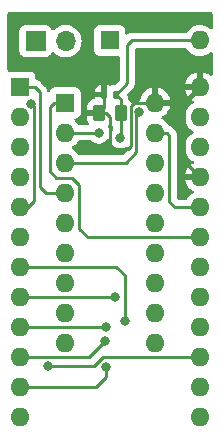
<source format=gbr>
%TF.GenerationSoftware,KiCad,Pcbnew,7.0.6*%
%TF.CreationDate,2023-09-04T21:12:20+01:00*%
%TF.ProjectId,TRSG3Mod,54525347-334d-46f6-942e-6b696361645f,rev?*%
%TF.SameCoordinates,Original*%
%TF.FileFunction,Copper,L1,Top*%
%TF.FilePolarity,Positive*%
%FSLAX46Y46*%
G04 Gerber Fmt 4.6, Leading zero omitted, Abs format (unit mm)*
G04 Created by KiCad (PCBNEW 7.0.6) date 2023-09-04 21:12:20*
%MOMM*%
%LPD*%
G01*
G04 APERTURE LIST*
G04 Aperture macros list*
%AMRoundRect*
0 Rectangle with rounded corners*
0 $1 Rounding radius*
0 $2 $3 $4 $5 $6 $7 $8 $9 X,Y pos of 4 corners*
0 Add a 4 corners polygon primitive as box body*
4,1,4,$2,$3,$4,$5,$6,$7,$8,$9,$2,$3,0*
0 Add four circle primitives for the rounded corners*
1,1,$1+$1,$2,$3*
1,1,$1+$1,$4,$5*
1,1,$1+$1,$6,$7*
1,1,$1+$1,$8,$9*
0 Add four rect primitives between the rounded corners*
20,1,$1+$1,$2,$3,$4,$5,0*
20,1,$1+$1,$4,$5,$6,$7,0*
20,1,$1+$1,$6,$7,$8,$9,0*
20,1,$1+$1,$8,$9,$2,$3,0*%
G04 Aperture macros list end*
%TA.AperFunction,ComponentPad*%
%ADD10R,1.600000X1.600000*%
%TD*%
%TA.AperFunction,ComponentPad*%
%ADD11O,1.600000X1.600000*%
%TD*%
%TA.AperFunction,SMDPad,CuDef*%
%ADD12RoundRect,0.135000X-0.135000X-0.185000X0.135000X-0.185000X0.135000X0.185000X-0.135000X0.185000X0*%
%TD*%
%TA.AperFunction,ComponentPad*%
%ADD13R,1.700000X1.700000*%
%TD*%
%TA.AperFunction,ComponentPad*%
%ADD14O,1.700000X1.700000*%
%TD*%
%TA.AperFunction,SMDPad,CuDef*%
%ADD15RoundRect,0.250000X-0.262500X-0.450000X0.262500X-0.450000X0.262500X0.450000X-0.262500X0.450000X0*%
%TD*%
%TA.AperFunction,ViaPad*%
%ADD16C,0.800000*%
%TD*%
%TA.AperFunction,Conductor*%
%ADD17C,0.250000*%
%TD*%
%TA.AperFunction,Conductor*%
%ADD18C,0.381000*%
%TD*%
G04 APERTURE END LIST*
D10*
%TO.P,J1,1,Pin_1*%
%TO.N,/I6*%
X111793750Y-58050000D03*
D11*
%TO.P,J1,2,Pin_2*%
%TO.N,/I5*%
X111793750Y-60590000D03*
%TO.P,J1,3,Pin_3*%
%TO.N,/I4*%
X111793750Y-63130000D03*
%TO.P,J1,4,Pin_4*%
%TO.N,/I3*%
X111793750Y-65670000D03*
%TO.P,J1,5,Pin_5*%
%TO.N,/I2*%
X111793750Y-68210000D03*
%TO.P,J1,6,Pin_6*%
%TO.N,/I1*%
X111793750Y-70750000D03*
%TO.P,J1,7,Pin_7*%
%TO.N,/I0*%
X111793750Y-73290000D03*
%TO.P,J1,8,Pin_8*%
%TO.N,RS3*%
X111793750Y-75830000D03*
%TO.P,J1,9,Pin_9*%
%TO.N,GND*%
X111793750Y-78370000D03*
%TO.P,J1,10,Pin_10*%
%TO.N,RS2*%
X119413750Y-78370000D03*
%TO.P,J1,11,Pin_11*%
%TO.N,RS1*%
X119413750Y-75830000D03*
%TO.P,J1,12,Pin_12*%
%TO.N,/O0*%
X119413750Y-73290000D03*
%TO.P,J1,13,Pin_13*%
%TO.N,/O1*%
X119413750Y-70750000D03*
%TO.P,J1,14,Pin_14*%
%TO.N,/O2*%
X119413750Y-68210000D03*
%TO.P,J1,15,Pin_15*%
%TO.N,/O3*%
X119413750Y-65670000D03*
%TO.P,J1,16,Pin_16*%
%TO.N,/O4*%
X119413750Y-63130000D03*
%TO.P,J1,17,Pin_17*%
%TO.N,CS*%
X119413750Y-60590000D03*
%TO.P,J1,18,Pin_18*%
%TO.N,+5V*%
X119413750Y-58050000D03*
%TD*%
D10*
%TO.P,SW1,1*%
%TO.N,GND*%
X115575000Y-52775000D03*
D11*
%TO.P,SW1,2*%
%TO.N,Net-(U1-A11)*%
X123195000Y-52775000D03*
%TD*%
D12*
%TO.P,R2,1*%
%TO.N,+5V*%
X115083750Y-57350000D03*
%TO.P,R2,2*%
%TO.N,Net-(U1-A11)*%
X116103750Y-57350000D03*
%TD*%
D13*
%TO.P,J2,1,Pin_1*%
%TO.N,Z12p11*%
X109285000Y-52825000D03*
D14*
%TO.P,J2,2,Pin_2*%
%TO.N,Z10p14*%
X111825000Y-52825000D03*
%TD*%
D10*
%TO.P,U1,1,A7*%
%TO.N,/I3*%
X107975000Y-56725000D03*
D11*
%TO.P,U1,2,A6*%
%TO.N,/I2*%
X107975000Y-59265000D03*
%TO.P,U1,3,A5*%
%TO.N,/I1*%
X107975000Y-61805000D03*
%TO.P,U1,4,A4*%
%TO.N,/I0*%
X107975000Y-64345000D03*
%TO.P,U1,5,A3*%
%TO.N,Z12p11*%
X107975000Y-66885000D03*
%TO.P,U1,6,A2*%
%TO.N,RS3*%
X107975000Y-69425000D03*
%TO.P,U1,7,A1*%
%TO.N,RS2*%
X107975000Y-71965000D03*
%TO.P,U1,8,A0*%
%TO.N,RS1*%
X107975000Y-74505000D03*
%TO.P,U1,9,D0*%
%TO.N,/O0*%
X107975000Y-77045000D03*
%TO.P,U1,10,D1*%
%TO.N,/O1*%
X107975000Y-79585000D03*
%TO.P,U1,11,D2*%
%TO.N,/O2*%
X107975000Y-82125000D03*
%TO.P,U1,12,GND*%
%TO.N,GND*%
X107975000Y-84665000D03*
%TO.P,U1,13,D3*%
%TO.N,/O3*%
X123215000Y-84665000D03*
%TO.P,U1,14,D4*%
%TO.N,/O4*%
X123215000Y-82125000D03*
%TO.P,U1,15,D5*%
%TO.N,Z10p14*%
X123215000Y-79585000D03*
%TO.P,U1,16,D6*%
%TO.N,unconnected-(U1-D6-Pad16)*%
X123215000Y-77045000D03*
%TO.P,U1,17,D7*%
%TO.N,unconnected-(U1-D7-Pad17)*%
X123215000Y-74505000D03*
%TO.P,U1,18,A11*%
%TO.N,Net-(U1-A11)*%
X123215000Y-71965000D03*
%TO.P,U1,19,A10*%
%TO.N,/I6*%
X123215000Y-69425000D03*
%TO.P,U1,20,~{OE}*%
%TO.N,CS*%
X123215000Y-66885000D03*
%TO.P,U1,21,VPP*%
%TO.N,+5V*%
X123215000Y-64345000D03*
%TO.P,U1,22,A9*%
%TO.N,/I5*%
X123215000Y-61805000D03*
%TO.P,U1,23,A8*%
%TO.N,/I4*%
X123215000Y-59265000D03*
%TO.P,U1,24,VCC*%
%TO.N,+5V*%
X123215000Y-56725000D03*
%TD*%
D15*
%TO.P,R1,1*%
%TO.N,+5V*%
X114681250Y-58900000D03*
%TO.P,R1,2*%
%TO.N,Net-(U1-A11)*%
X116506250Y-58900000D03*
%TD*%
D16*
%TO.N,/I5*%
X114650000Y-60600000D03*
%TO.N,/I4*%
X118068250Y-58850530D03*
%TO.N,Net-(U1-A11)*%
X116475000Y-61000000D03*
%TO.N,Z10p14*%
X110300000Y-80350000D03*
%TO.N,Z12p11*%
X108925500Y-58150000D03*
%TO.N,RS2*%
X116825000Y-76554500D03*
%TO.N,RS1*%
X115998500Y-74505000D03*
%TO.N,/O0*%
X115274000Y-77025000D03*
%TO.N,/O1*%
X115150000Y-78225000D03*
%TO.N,/O2*%
X115225000Y-80450000D03*
%TD*%
D17*
%TO.N,Net-(U1-A11)*%
X116506250Y-60968750D02*
X116506250Y-58900000D01*
X116475000Y-61000000D02*
X116506250Y-60968750D01*
%TO.N,/I6*%
X113725000Y-69425000D02*
X123215000Y-69425000D01*
X113000000Y-65000000D02*
X113000000Y-68700000D01*
X111050000Y-64400000D02*
X112400000Y-64400000D01*
X110475000Y-58400000D02*
X110475000Y-63825000D01*
X110475000Y-63825000D02*
X111050000Y-64400000D01*
X113000000Y-68700000D02*
X113725000Y-69425000D01*
X110825000Y-58050000D02*
X110475000Y-58400000D01*
X111793750Y-58050000D02*
X110825000Y-58050000D01*
X112400000Y-64400000D02*
X113000000Y-65000000D01*
%TO.N,/I5*%
X114640000Y-60590000D02*
X114650000Y-60600000D01*
X111793750Y-60590000D02*
X114640000Y-60590000D01*
%TO.N,+5V*%
X117625000Y-58050000D02*
X119413750Y-58050000D01*
X117343750Y-58331250D02*
X117625000Y-58050000D01*
X117100000Y-61975000D02*
X117343750Y-61731250D01*
X115625000Y-61825000D02*
X115775000Y-61975000D01*
X115625000Y-59250000D02*
X115625000Y-61825000D01*
X115775000Y-61975000D02*
X117100000Y-61975000D01*
X115275000Y-58900000D02*
X115625000Y-59250000D01*
X114681250Y-58900000D02*
X115275000Y-58900000D01*
X117343750Y-61731250D02*
X117343750Y-58331250D01*
%TO.N,/I4*%
X117800000Y-62250000D02*
X116920000Y-63130000D01*
X116920000Y-63130000D02*
X111793750Y-63130000D01*
X117800000Y-60171759D02*
X117800000Y-62250000D01*
X117793750Y-60165509D02*
X117800000Y-60171759D01*
X117793750Y-59125030D02*
X117793750Y-60165509D01*
X118068250Y-58850530D02*
X117793750Y-59125030D01*
%TO.N,CS*%
X120390000Y-60590000D02*
X119413750Y-60590000D01*
X120625000Y-66425000D02*
X120625000Y-60825000D01*
X120625000Y-60825000D02*
X120390000Y-60590000D01*
X121085000Y-66885000D02*
X120625000Y-66425000D01*
X123215000Y-66885000D02*
X121085000Y-66885000D01*
%TO.N,Z10p14*%
X115040000Y-79585000D02*
X123215000Y-79585000D01*
X114275000Y-80350000D02*
X115040000Y-79585000D01*
X110300000Y-80350000D02*
X114275000Y-80350000D01*
%TO.N,/O2*%
X114375000Y-82125000D02*
X107975000Y-82125000D01*
X115225000Y-81275000D02*
X114375000Y-82125000D01*
X115225000Y-80450000D02*
X115225000Y-81275000D01*
%TO.N,/O1*%
X115150000Y-78225000D02*
X113790000Y-79585000D01*
X113790000Y-79585000D02*
X107975000Y-79585000D01*
%TO.N,Z12p11*%
X109125000Y-66400000D02*
X108640000Y-66885000D01*
X109125000Y-58349500D02*
X109125000Y-66400000D01*
X108925500Y-58150000D02*
X109125000Y-58349500D01*
X108640000Y-66885000D02*
X107975000Y-66885000D01*
%TO.N,/I3*%
X109225000Y-56725000D02*
X107975000Y-56725000D01*
X109650000Y-65175000D02*
X109650000Y-57150000D01*
X110145000Y-65670000D02*
X109650000Y-65175000D01*
X109650000Y-57150000D02*
X109225000Y-56725000D01*
X111793750Y-65670000D02*
X110145000Y-65670000D01*
%TO.N,RS2*%
X116140000Y-71965000D02*
X116825000Y-72650000D01*
X116825000Y-72650000D02*
X116825000Y-76554500D01*
X107975000Y-71965000D02*
X116140000Y-71965000D01*
%TO.N,RS1*%
X107975000Y-74505000D02*
X115998500Y-74505000D01*
%TO.N,/O0*%
X115254000Y-77045000D02*
X115274000Y-77025000D01*
X107975000Y-77045000D02*
X115254000Y-77045000D01*
%TO.N,Net-(U1-A11)*%
X117450000Y-52775000D02*
X123195000Y-52775000D01*
X117050000Y-56403750D02*
X117050000Y-53175000D01*
X117050000Y-53175000D02*
X117450000Y-52775000D01*
X116103750Y-57350000D02*
X117050000Y-56403750D01*
X116506250Y-57752500D02*
X116103750Y-57350000D01*
X116506250Y-58900000D02*
X116506250Y-57752500D01*
%TO.N,+5V*%
X115083750Y-58497500D02*
X114681250Y-58900000D01*
X115083750Y-57350000D02*
X115083750Y-58497500D01*
X122940000Y-56450000D02*
X123215000Y-56725000D01*
X121890000Y-63020000D02*
X121890000Y-58050000D01*
X123215000Y-64345000D02*
X121890000Y-63020000D01*
D18*
X121890000Y-58050000D02*
X123215000Y-56725000D01*
X119413750Y-58050000D02*
X121890000Y-58050000D01*
%TD*%
%TA.AperFunction,Conductor*%
%TO.N,+5V*%
G36*
X122043687Y-53428185D02*
G01*
X122078220Y-53461373D01*
X122188802Y-53619300D01*
X122350700Y-53781198D01*
X122538251Y-53912523D01*
X122593445Y-53938260D01*
X122745750Y-54009281D01*
X122745752Y-54009281D01*
X122745757Y-54009284D01*
X122966913Y-54068543D01*
X123129832Y-54082796D01*
X123194998Y-54088498D01*
X123195000Y-54088498D01*
X123195002Y-54088498D01*
X123252139Y-54083499D01*
X123423087Y-54068543D01*
X123644243Y-54009284D01*
X123851749Y-53912523D01*
X124039300Y-53781198D01*
X124062821Y-53757676D01*
X124124140Y-53724193D01*
X124193831Y-53729176D01*
X124249766Y-53771047D01*
X124274184Y-53836511D01*
X124274500Y-53845359D01*
X124274500Y-55646660D01*
X124254815Y-55713699D01*
X124202011Y-55759454D01*
X124132853Y-55769398D01*
X124069297Y-55740373D01*
X124062819Y-55734341D01*
X124053820Y-55725342D01*
X123867482Y-55594865D01*
X123661328Y-55498734D01*
X123464999Y-55446127D01*
X123464999Y-56409313D01*
X123453045Y-56397359D01*
X123340148Y-56339835D01*
X123246481Y-56325000D01*
X123183519Y-56325000D01*
X123089852Y-56339835D01*
X122976955Y-56397359D01*
X122965000Y-56409313D01*
X122965000Y-55446127D01*
X122768671Y-55498734D01*
X122562517Y-55594865D01*
X122376179Y-55725342D01*
X122215342Y-55886179D01*
X122084865Y-56072517D01*
X121988734Y-56278673D01*
X121988730Y-56278682D01*
X121936127Y-56474999D01*
X121936128Y-56475000D01*
X122899314Y-56475000D01*
X122887359Y-56486955D01*
X122829835Y-56599852D01*
X122810014Y-56725000D01*
X122829835Y-56850148D01*
X122887359Y-56963045D01*
X122899314Y-56975000D01*
X121936128Y-56975000D01*
X121988730Y-57171317D01*
X121988734Y-57171326D01*
X122084865Y-57377482D01*
X122215342Y-57563820D01*
X122376179Y-57724657D01*
X122562517Y-57855133D01*
X122611399Y-57877927D01*
X122663839Y-57924099D01*
X122682992Y-57991292D01*
X122662777Y-58058174D01*
X122611402Y-58102691D01*
X122558256Y-58127474D01*
X122558252Y-58127476D01*
X122553398Y-58130875D01*
X122370700Y-58258802D01*
X122370698Y-58258803D01*
X122370695Y-58258806D01*
X122208806Y-58420695D01*
X122208803Y-58420698D01*
X122208802Y-58420700D01*
X122188286Y-58450000D01*
X122077476Y-58608252D01*
X122077475Y-58608254D01*
X121980718Y-58815750D01*
X121980714Y-58815761D01*
X121921457Y-59036910D01*
X121921456Y-59036918D01*
X121901502Y-59264998D01*
X121901502Y-59265001D01*
X121921456Y-59493081D01*
X121921457Y-59493089D01*
X121980714Y-59714238D01*
X121980718Y-59714249D01*
X122069025Y-59903624D01*
X122077477Y-59921749D01*
X122208802Y-60109300D01*
X122370700Y-60271198D01*
X122526868Y-60380548D01*
X122558251Y-60402523D01*
X122601345Y-60422618D01*
X122653784Y-60468791D01*
X122672936Y-60535984D01*
X122652720Y-60602865D01*
X122601345Y-60647382D01*
X122558251Y-60667476D01*
X122433126Y-60755090D01*
X122370700Y-60798802D01*
X122370698Y-60798803D01*
X122370695Y-60798806D01*
X122208806Y-60960695D01*
X122077476Y-61148252D01*
X122077475Y-61148254D01*
X121980718Y-61355750D01*
X121980714Y-61355761D01*
X121921457Y-61576910D01*
X121921456Y-61576918D01*
X121901502Y-61804998D01*
X121901502Y-61805001D01*
X121921456Y-62033081D01*
X121921457Y-62033089D01*
X121980714Y-62254238D01*
X121980718Y-62254249D01*
X122069025Y-62443624D01*
X122077477Y-62461749D01*
X122208802Y-62649300D01*
X122370700Y-62811198D01*
X122558250Y-62942522D01*
X122558251Y-62942523D01*
X122611401Y-62967307D01*
X122663840Y-63013479D01*
X122682992Y-63080673D01*
X122662776Y-63147554D01*
X122611401Y-63192071D01*
X122562517Y-63214865D01*
X122376179Y-63345342D01*
X122215342Y-63506179D01*
X122084865Y-63692517D01*
X121988734Y-63898673D01*
X121988730Y-63898682D01*
X121936127Y-64094999D01*
X121936128Y-64095000D01*
X122899314Y-64095000D01*
X122887359Y-64106955D01*
X122829835Y-64219852D01*
X122810014Y-64345000D01*
X122829835Y-64470148D01*
X122887359Y-64583045D01*
X122899314Y-64595000D01*
X121936128Y-64595000D01*
X121988730Y-64791317D01*
X121988734Y-64791326D01*
X122084865Y-64997482D01*
X122215342Y-65183820D01*
X122376179Y-65344657D01*
X122562517Y-65475133D01*
X122611399Y-65497927D01*
X122663839Y-65544099D01*
X122682992Y-65611292D01*
X122662777Y-65678174D01*
X122611402Y-65722691D01*
X122558256Y-65747474D01*
X122558252Y-65747476D01*
X122490897Y-65794639D01*
X122370700Y-65878802D01*
X122370698Y-65878803D01*
X122370695Y-65878806D01*
X122208806Y-66040695D01*
X122208803Y-66040698D01*
X122208802Y-66040700D01*
X122098220Y-66198625D01*
X122043646Y-66242249D01*
X121996648Y-66251500D01*
X121398767Y-66251500D01*
X121331728Y-66231815D01*
X121311086Y-66215181D01*
X121294818Y-66198913D01*
X121261333Y-66137590D01*
X121258499Y-66111232D01*
X121258499Y-63554754D01*
X121258499Y-60908621D01*
X121260239Y-60892881D01*
X121259968Y-60892856D01*
X121260701Y-60885094D01*
X121260702Y-60885091D01*
X121258500Y-60815041D01*
X121258500Y-60785144D01*
X121257614Y-60778136D01*
X121257156Y-60772314D01*
X121255673Y-60725110D01*
X121255672Y-60725108D01*
X121249979Y-60705514D01*
X121246032Y-60686457D01*
X121243474Y-60666203D01*
X121226084Y-60622284D01*
X121224193Y-60616757D01*
X121211018Y-60571408D01*
X121211018Y-60571407D01*
X121200624Y-60553832D01*
X121192064Y-60536356D01*
X121184554Y-60517388D01*
X121184554Y-60517387D01*
X121184553Y-60517385D01*
X121184552Y-60517383D01*
X121156789Y-60479171D01*
X121153587Y-60474297D01*
X121129542Y-60433637D01*
X121115106Y-60419201D01*
X121102469Y-60404406D01*
X121090471Y-60387892D01*
X121054084Y-60357790D01*
X121049762Y-60353857D01*
X120897088Y-60201183D01*
X120887187Y-60188823D01*
X120886977Y-60188998D01*
X120882002Y-60182986D01*
X120882000Y-60182982D01*
X120855658Y-60158245D01*
X120830922Y-60135016D01*
X120809768Y-60113863D01*
X120807792Y-60112331D01*
X120804183Y-60109531D01*
X120799750Y-60105744D01*
X120765321Y-60073414D01*
X120765319Y-60073412D01*
X120747431Y-60063578D01*
X120731170Y-60052897D01*
X120715039Y-60040384D01*
X120671693Y-60021627D01*
X120666445Y-60019056D01*
X120631239Y-59999702D01*
X120625060Y-59996305D01*
X120625055Y-59996303D01*
X120617805Y-59993433D01*
X120618953Y-59990531D01*
X120571334Y-59962154D01*
X120554755Y-59937500D01*
X120553984Y-59937946D01*
X120551278Y-59933260D01*
X120551275Y-59933256D01*
X120551273Y-59933251D01*
X120419948Y-59745700D01*
X120258050Y-59583802D01*
X120070499Y-59452477D01*
X120017346Y-59427691D01*
X119964908Y-59381519D01*
X119945757Y-59314325D01*
X119965973Y-59247444D01*
X120017350Y-59202927D01*
X120066233Y-59180133D01*
X120252570Y-59049657D01*
X120413407Y-58888820D01*
X120543884Y-58702482D01*
X120640015Y-58496326D01*
X120640019Y-58496317D01*
X120692622Y-58300000D01*
X119729436Y-58300000D01*
X119741391Y-58288045D01*
X119798915Y-58175148D01*
X119818736Y-58050000D01*
X119798915Y-57924852D01*
X119741391Y-57811955D01*
X119729436Y-57800000D01*
X120692622Y-57800000D01*
X120692622Y-57799999D01*
X120640019Y-57603682D01*
X120640015Y-57603673D01*
X120543884Y-57397517D01*
X120413407Y-57211179D01*
X120252570Y-57050342D01*
X120066232Y-56919865D01*
X119860078Y-56823734D01*
X119663750Y-56771127D01*
X119663749Y-57734313D01*
X119651795Y-57722359D01*
X119538898Y-57664835D01*
X119445231Y-57650000D01*
X119382269Y-57650000D01*
X119288602Y-57664835D01*
X119175705Y-57722359D01*
X119163749Y-57734314D01*
X119163749Y-56771127D01*
X118967421Y-56823734D01*
X118761267Y-56919865D01*
X118574929Y-57050342D01*
X118414092Y-57211179D01*
X118283615Y-57397517D01*
X118187484Y-57603673D01*
X118187480Y-57603682D01*
X118128610Y-57823389D01*
X118128608Y-57823400D01*
X118128133Y-57828837D01*
X118102681Y-57893906D01*
X118046090Y-57934885D01*
X118004605Y-57942030D01*
X117972763Y-57942030D01*
X117785964Y-57981735D01*
X117611497Y-58059411D01*
X117611496Y-58059412D01*
X117586787Y-58077365D01*
X117520981Y-58100845D01*
X117452927Y-58085019D01*
X117408364Y-58042145D01*
X117367780Y-57976348D01*
X117242402Y-57850970D01*
X117242401Y-57850969D01*
X117198652Y-57823984D01*
X117151928Y-57772035D01*
X117139750Y-57718446D01*
X117139750Y-57712647D01*
X117139750Y-57712644D01*
X117138864Y-57705641D01*
X117138407Y-57699822D01*
X117138009Y-57687157D01*
X117136924Y-57652611D01*
X117131226Y-57632999D01*
X117127283Y-57613966D01*
X117124724Y-57593703D01*
X117107335Y-57549786D01*
X117105446Y-57544266D01*
X117092268Y-57498907D01*
X117081876Y-57481335D01*
X117073316Y-57463862D01*
X117065802Y-57444883D01*
X117060287Y-57437293D01*
X117036808Y-57371487D01*
X117052633Y-57303433D01*
X117072921Y-57276731D01*
X117438817Y-56910835D01*
X117451179Y-56900933D01*
X117451005Y-56900723D01*
X117457011Y-56895754D01*
X117457018Y-56895750D01*
X117480789Y-56870436D01*
X117505005Y-56844650D01*
X117526124Y-56823530D01*
X117526135Y-56823519D01*
X117530464Y-56817936D01*
X117534249Y-56813505D01*
X117566586Y-56779071D01*
X117576420Y-56761180D01*
X117587098Y-56744924D01*
X117599614Y-56728790D01*
X117618374Y-56685436D01*
X117620935Y-56680208D01*
X117643695Y-56638810D01*
X117648774Y-56619024D01*
X117655072Y-56600632D01*
X117663181Y-56581895D01*
X117670569Y-56535247D01*
X117671751Y-56529536D01*
X117683500Y-56483780D01*
X117683500Y-56463364D01*
X117685027Y-56443964D01*
X117688220Y-56423807D01*
X117683775Y-56376783D01*
X117683500Y-56370945D01*
X117683500Y-53532500D01*
X117703185Y-53465461D01*
X117755989Y-53419706D01*
X117807500Y-53408500D01*
X121976648Y-53408500D01*
X122043687Y-53428185D01*
G37*
%TD.AperFunction*%
%TA.AperFunction,Conductor*%
G36*
X115503414Y-61118248D02*
G01*
X115561462Y-61157134D01*
X115584152Y-61198220D01*
X115640471Y-61371552D01*
X115640473Y-61371556D01*
X115735960Y-61536944D01*
X115863747Y-61678866D01*
X116018248Y-61791118D01*
X116192712Y-61868794D01*
X116379513Y-61908500D01*
X116570487Y-61908500D01*
X116757288Y-61868794D01*
X116931752Y-61791118D01*
X116969615Y-61763608D01*
X117035420Y-61740129D01*
X117103474Y-61755954D01*
X117152169Y-61806059D01*
X117166500Y-61863929D01*
X117166499Y-61936235D01*
X117146814Y-62003274D01*
X117130180Y-62023914D01*
X116693914Y-62460181D01*
X116632591Y-62493666D01*
X116606233Y-62496500D01*
X113012102Y-62496500D01*
X112945063Y-62476815D01*
X112910529Y-62443626D01*
X112799948Y-62285700D01*
X112638050Y-62123802D01*
X112450499Y-61992477D01*
X112450493Y-61992474D01*
X112407403Y-61972380D01*
X112354964Y-61926207D01*
X112335813Y-61859014D01*
X112356030Y-61792133D01*
X112407404Y-61747618D01*
X112450499Y-61727523D01*
X112638050Y-61596198D01*
X112799948Y-61434300D01*
X112910529Y-61276374D01*
X112965104Y-61232751D01*
X113012102Y-61223500D01*
X113933687Y-61223500D01*
X114000726Y-61243185D01*
X114025836Y-61264527D01*
X114038747Y-61278866D01*
X114193248Y-61391118D01*
X114367712Y-61468794D01*
X114554513Y-61508500D01*
X114745487Y-61508500D01*
X114932288Y-61468794D01*
X115106752Y-61391118D01*
X115261253Y-61278866D01*
X115374075Y-61153563D01*
X115433557Y-61116919D01*
X115503414Y-61118248D01*
G37*
%TD.AperFunction*%
%TA.AperFunction,Conductor*%
G36*
X115631073Y-59825851D02*
G01*
X115675420Y-59854352D01*
X115770098Y-59949030D01*
X115813847Y-59976015D01*
X115860571Y-60027963D01*
X115872749Y-60081553D01*
X115872749Y-60263536D01*
X115853064Y-60330575D01*
X115840899Y-60346508D01*
X115750928Y-60446432D01*
X115691442Y-60483081D01*
X115621585Y-60481751D01*
X115563536Y-60442864D01*
X115540847Y-60401778D01*
X115536335Y-60387893D01*
X115484527Y-60228444D01*
X115418375Y-60113865D01*
X115400859Y-60083526D01*
X115384386Y-60015625D01*
X115407239Y-59949599D01*
X115420565Y-59933845D01*
X115500058Y-59854352D01*
X115561381Y-59820867D01*
X115631073Y-59825851D01*
G37*
%TD.AperFunction*%
%TA.AperFunction,Conductor*%
G36*
X124217539Y-50395185D02*
G01*
X124263294Y-50447989D01*
X124274500Y-50499500D01*
X124274500Y-51704640D01*
X124254815Y-51771679D01*
X124202011Y-51817434D01*
X124132853Y-51827378D01*
X124069297Y-51798353D01*
X124062819Y-51792321D01*
X124039304Y-51768806D01*
X124039304Y-51768805D01*
X124039300Y-51768802D01*
X123851749Y-51637477D01*
X123851745Y-51637475D01*
X123644249Y-51540718D01*
X123644238Y-51540714D01*
X123423089Y-51481457D01*
X123423081Y-51481456D01*
X123195002Y-51461502D01*
X123194998Y-51461502D01*
X122966918Y-51481456D01*
X122966910Y-51481457D01*
X122745761Y-51540714D01*
X122745750Y-51540718D01*
X122538254Y-51637475D01*
X122538252Y-51637476D01*
X122538249Y-51637477D01*
X122538251Y-51637477D01*
X122350700Y-51768802D01*
X122350698Y-51768803D01*
X122350695Y-51768806D01*
X122188806Y-51930695D01*
X122188803Y-51930698D01*
X122188802Y-51930700D01*
X122078220Y-52088625D01*
X122023646Y-52132249D01*
X121976648Y-52141500D01*
X117533629Y-52141500D01*
X117517886Y-52139761D01*
X117517861Y-52140033D01*
X117510093Y-52139298D01*
X117440060Y-52141500D01*
X117410142Y-52141500D01*
X117403136Y-52142384D01*
X117397318Y-52142842D01*
X117350111Y-52144326D01*
X117350108Y-52144327D01*
X117330505Y-52150022D01*
X117311459Y-52153966D01*
X117291203Y-52156526D01*
X117291201Y-52156526D01*
X117247292Y-52173910D01*
X117241768Y-52175801D01*
X117196404Y-52188982D01*
X117196403Y-52188983D01*
X117178824Y-52199378D01*
X117161364Y-52207932D01*
X117142384Y-52215447D01*
X117142381Y-52215449D01*
X117104182Y-52243201D01*
X117099300Y-52246409D01*
X117070624Y-52263369D01*
X117002900Y-52280553D01*
X116936637Y-52258395D01*
X116892872Y-52203930D01*
X116883500Y-52156638D01*
X116883500Y-51926362D01*
X116883499Y-51926345D01*
X116880157Y-51895270D01*
X116876989Y-51865799D01*
X116871137Y-51850110D01*
X116849583Y-51792321D01*
X116825889Y-51728796D01*
X116738261Y-51611739D01*
X116621204Y-51524111D01*
X116484203Y-51473011D01*
X116423654Y-51466500D01*
X116423638Y-51466500D01*
X114726362Y-51466500D01*
X114726345Y-51466500D01*
X114665797Y-51473011D01*
X114665795Y-51473011D01*
X114528795Y-51524111D01*
X114411739Y-51611739D01*
X114324111Y-51728795D01*
X114273011Y-51865795D01*
X114273011Y-51865797D01*
X114266500Y-51926345D01*
X114266500Y-53623654D01*
X114273011Y-53684202D01*
X114273011Y-53684204D01*
X114316161Y-53799889D01*
X114324111Y-53821204D01*
X114411739Y-53938261D01*
X114528796Y-54025889D01*
X114665799Y-54076989D01*
X114693050Y-54079918D01*
X114726345Y-54083499D01*
X114726362Y-54083500D01*
X116292500Y-54083500D01*
X116359539Y-54103185D01*
X116405294Y-54155989D01*
X116416500Y-54207500D01*
X116416500Y-56089982D01*
X116396815Y-56157021D01*
X116380181Y-56177663D01*
X116072662Y-56485181D01*
X116011339Y-56518666D01*
X115984982Y-56521500D01*
X115903761Y-56521501D01*
X115903762Y-56521501D01*
X115867283Y-56524371D01*
X115711158Y-56569729D01*
X115711154Y-56569730D01*
X115648520Y-56606772D01*
X115580795Y-56623953D01*
X115522280Y-56606771D01*
X115472945Y-56577595D01*
X115472938Y-56577591D01*
X115333751Y-56537153D01*
X115333750Y-56537154D01*
X115333750Y-57026511D01*
X115328827Y-57061103D01*
X115328122Y-57063527D01*
X115328120Y-57063540D01*
X115325251Y-57100000D01*
X115325250Y-57100011D01*
X115325250Y-57349999D01*
X115325251Y-57476000D01*
X115305567Y-57543039D01*
X115252763Y-57588794D01*
X115201251Y-57600000D01*
X114313819Y-57600000D01*
X114312096Y-57601862D01*
X114299091Y-57663769D01*
X114250039Y-57713525D01*
X114228842Y-57722825D01*
X114099630Y-57765641D01*
X114099625Y-57765643D01*
X113950404Y-57857684D01*
X113826434Y-57981654D01*
X113734393Y-58130875D01*
X113734391Y-58130880D01*
X113679244Y-58297302D01*
X113679243Y-58297309D01*
X113668750Y-58400013D01*
X113668750Y-58650000D01*
X114807250Y-58650000D01*
X114874289Y-58669685D01*
X114920044Y-58722489D01*
X114931250Y-58774000D01*
X114931250Y-59026000D01*
X114911565Y-59093039D01*
X114858761Y-59138794D01*
X114807250Y-59150000D01*
X113668751Y-59150000D01*
X113668751Y-59399986D01*
X113679244Y-59502697D01*
X113734391Y-59669119D01*
X113734393Y-59669124D01*
X113795013Y-59767403D01*
X113813453Y-59834795D01*
X113792531Y-59901459D01*
X113738889Y-59946229D01*
X113689474Y-59956500D01*
X113012102Y-59956500D01*
X112945063Y-59936815D01*
X112910529Y-59903626D01*
X112799948Y-59745700D01*
X112638050Y-59583802D01*
X112630378Y-59578430D01*
X112586756Y-59523853D01*
X112579564Y-59454355D01*
X112611088Y-59392001D01*
X112671318Y-59356588D01*
X112688239Y-59353570D01*
X112702951Y-59351989D01*
X112839954Y-59300889D01*
X112957011Y-59213261D01*
X113044639Y-59096204D01*
X113095739Y-58959201D01*
X113099341Y-58925692D01*
X113102249Y-58898654D01*
X113102250Y-58898637D01*
X113102250Y-57201362D01*
X113102249Y-57201345D01*
X113098907Y-57170270D01*
X113095739Y-57140799D01*
X113095451Y-57140028D01*
X113080521Y-57100000D01*
X114313819Y-57100000D01*
X114833750Y-57100000D01*
X114833750Y-56537154D01*
X114833748Y-56537153D01*
X114694561Y-56577591D01*
X114694558Y-56577593D01*
X114556464Y-56659261D01*
X114556455Y-56659268D01*
X114443018Y-56772705D01*
X114443011Y-56772714D01*
X114361343Y-56910808D01*
X114361342Y-56910811D01*
X114316583Y-57064871D01*
X114316582Y-57064877D01*
X114313819Y-57100000D01*
X113080521Y-57100000D01*
X113067419Y-57064871D01*
X113044639Y-57003796D01*
X112957011Y-56886739D01*
X112839954Y-56799111D01*
X112702953Y-56748011D01*
X112642404Y-56741500D01*
X112642388Y-56741500D01*
X110945112Y-56741500D01*
X110945095Y-56741500D01*
X110884547Y-56748011D01*
X110884545Y-56748011D01*
X110747545Y-56799111D01*
X110630489Y-56886739D01*
X110542861Y-57003795D01*
X110518532Y-57069022D01*
X110476660Y-57124955D01*
X110411195Y-57149371D01*
X110342923Y-57134518D01*
X110293518Y-57085112D01*
X110284029Y-57057264D01*
X110282852Y-57057607D01*
X110280674Y-57050111D01*
X110274976Y-57030499D01*
X110271033Y-57011466D01*
X110268474Y-56991203D01*
X110251085Y-56947286D01*
X110249196Y-56941766D01*
X110236018Y-56896407D01*
X110225626Y-56878835D01*
X110217066Y-56861362D01*
X110209552Y-56842383D01*
X110181794Y-56804179D01*
X110178587Y-56799296D01*
X110162861Y-56772705D01*
X110154542Y-56758638D01*
X110140108Y-56744204D01*
X110127471Y-56729409D01*
X110115472Y-56712893D01*
X110115470Y-56712890D01*
X110079073Y-56682781D01*
X110074751Y-56678847D01*
X109732087Y-56336182D01*
X109722180Y-56323816D01*
X109721971Y-56323990D01*
X109717003Y-56317984D01*
X109665921Y-56270016D01*
X109644768Y-56248863D01*
X109642792Y-56247331D01*
X109639183Y-56244531D01*
X109634750Y-56240744D01*
X109600321Y-56208414D01*
X109600319Y-56208412D01*
X109582431Y-56198578D01*
X109566170Y-56187897D01*
X109550039Y-56175384D01*
X109506693Y-56156627D01*
X109501445Y-56154056D01*
X109474251Y-56139106D01*
X109460060Y-56131305D01*
X109456660Y-56130432D01*
X109440287Y-56126228D01*
X109421881Y-56119926D01*
X109403146Y-56111819D01*
X109388097Y-56109435D01*
X109324963Y-56079503D01*
X109288034Y-56020190D01*
X109283499Y-55986968D01*
X109283500Y-55876362D01*
X109283499Y-55876352D01*
X109283499Y-55876345D01*
X109280157Y-55845270D01*
X109276989Y-55815799D01*
X109225889Y-55678796D01*
X109138261Y-55561739D01*
X109021204Y-55474111D01*
X108884203Y-55423011D01*
X108823654Y-55416500D01*
X108823638Y-55416500D01*
X107126362Y-55416500D01*
X107126345Y-55416500D01*
X107065798Y-55423011D01*
X107065506Y-55423080D01*
X107065272Y-55423067D01*
X107058088Y-55423840D01*
X107057962Y-55422674D01*
X106995736Y-55419334D01*
X106939068Y-55378463D01*
X106913493Y-55313442D01*
X106913000Y-55302401D01*
X106913000Y-53723654D01*
X107926500Y-53723654D01*
X107933011Y-53784202D01*
X107933011Y-53784204D01*
X107980873Y-53912523D01*
X107984111Y-53921204D01*
X108071739Y-54038261D01*
X108188796Y-54125889D01*
X108325799Y-54176989D01*
X108353050Y-54179918D01*
X108386345Y-54183499D01*
X108386362Y-54183500D01*
X110183638Y-54183500D01*
X110183654Y-54183499D01*
X110210692Y-54180591D01*
X110244201Y-54176989D01*
X110381204Y-54125889D01*
X110498261Y-54038261D01*
X110585889Y-53921204D01*
X110631138Y-53799887D01*
X110673009Y-53743956D01*
X110738474Y-53719539D01*
X110806746Y-53734391D01*
X110838545Y-53759236D01*
X110901760Y-53827906D01*
X111079424Y-53966189D01*
X111079425Y-53966189D01*
X111079427Y-53966191D01*
X111189738Y-54025888D01*
X111277426Y-54073342D01*
X111490365Y-54146444D01*
X111712431Y-54183500D01*
X111937569Y-54183500D01*
X112159635Y-54146444D01*
X112372574Y-54073342D01*
X112570576Y-53966189D01*
X112748240Y-53827906D01*
X112848000Y-53719539D01*
X112900715Y-53662276D01*
X112900716Y-53662274D01*
X112900722Y-53662268D01*
X113023860Y-53473791D01*
X113114296Y-53267616D01*
X113169564Y-53049368D01*
X113188156Y-52825000D01*
X113169564Y-52600632D01*
X113114296Y-52382384D01*
X113023860Y-52176209D01*
X113023593Y-52175801D01*
X112900723Y-51987734D01*
X112900715Y-51987723D01*
X112748243Y-51822097D01*
X112748238Y-51822092D01*
X112570577Y-51683812D01*
X112570572Y-51683808D01*
X112372580Y-51576661D01*
X112372577Y-51576659D01*
X112372574Y-51576658D01*
X112372571Y-51576657D01*
X112372569Y-51576656D01*
X112159637Y-51503556D01*
X111937569Y-51466500D01*
X111712431Y-51466500D01*
X111490362Y-51503556D01*
X111277430Y-51576656D01*
X111277419Y-51576661D01*
X111079427Y-51683808D01*
X111079422Y-51683812D01*
X110901761Y-51822092D01*
X110838548Y-51890760D01*
X110778661Y-51926750D01*
X110708823Y-51924649D01*
X110651207Y-51885124D01*
X110631138Y-51850110D01*
X110585889Y-51728796D01*
X110552214Y-51683812D01*
X110498261Y-51611739D01*
X110381204Y-51524111D01*
X110244203Y-51473011D01*
X110183654Y-51466500D01*
X110183638Y-51466500D01*
X108386362Y-51466500D01*
X108386345Y-51466500D01*
X108325797Y-51473011D01*
X108325795Y-51473011D01*
X108188795Y-51524111D01*
X108071739Y-51611739D01*
X107984111Y-51728795D01*
X107933011Y-51865795D01*
X107933011Y-51865797D01*
X107926500Y-51926345D01*
X107926500Y-53723654D01*
X106913000Y-53723654D01*
X106913000Y-50499500D01*
X106932685Y-50432461D01*
X106985489Y-50386706D01*
X107037000Y-50375500D01*
X124150500Y-50375500D01*
X124217539Y-50395185D01*
G37*
%TD.AperFunction*%
%TD*%
M02*

</source>
